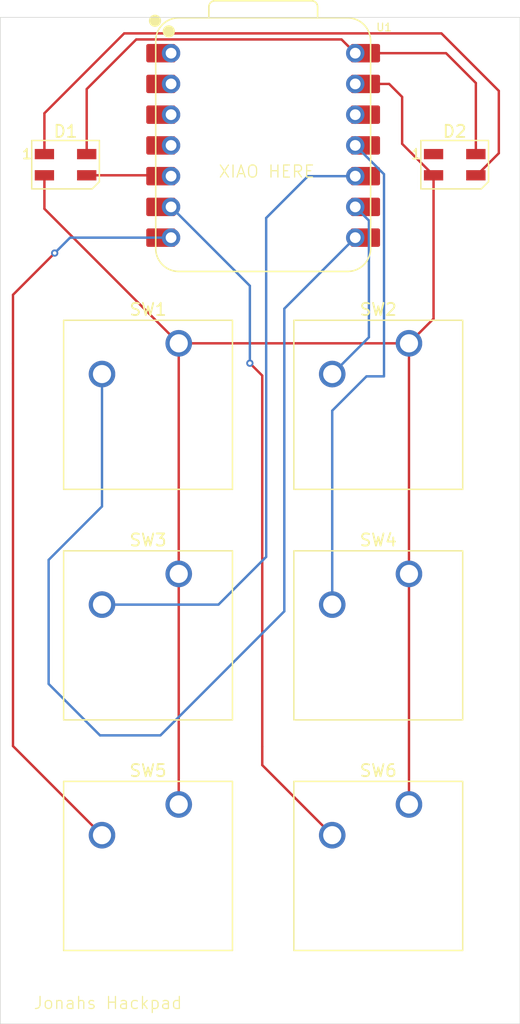
<source format=kicad_pcb>
(kicad_pcb (version 20241229) (generator "pcbnew") (generator_version "9.0")
  (layers (0 "F.Cu" signal) (2 "B.Cu" signal) (13 "F.Paste" user) (15 "B.Paste" user) (5 "F.SilkS" user "F.Silkscreen") (7 "B.SilkS" user "B.Silkscreen") (1 "F.Mask" user) (3 "B.Mask" user) (25 "Edge.Cuts" user))
  (net 0 "")
  (net 1 "+5V")
  (net 2 "GND")
  (net 3 "Net-(D1-DOUT)")
  (net 4 "Net-(D1-DIN)")
  (net 6 "Net-(U1-GPIO1{slash}RX)")
  (net 7 "Net-(U1-GPIO2{slash}SCK)")
  (net 8 "Net-(U1-GPIO4{slash}MISO)")
  (net 9 "Net-(U1-GPIO3{slash}MOSI)")
  (net 13 "Net-(U1-GPIO0{slash}TX)")
  (net 14 "Net-(U1-GPIO7{slash}SCL)")
  (footprint "Button_Switch_Keyboard:SW_Cherry_MX_1.00u_PCB" (layer "F.Cu") (at 88.265 66.3575)
    (property "Reference" "SW1" (at -2.54 -2.794 0) (layer "F.SilkS"))
    (property "Value" "SW_Push")
    (fp_line (start -9.525 -1.905) (end 4.445 -1.905) (stroke (width 0.12)) (layer "F.SilkS"))
    (fp_line (start -9.525 12.065) (end -9.525 -1.905) (stroke (width 0.12)) (layer "F.SilkS"))
    (fp_line (start 4.445 -1.905) (end 4.445 12.065) (stroke (width 0.12)) (layer "F.SilkS"))
    (fp_line (start 4.445 12.065) (end -9.525 12.065) (stroke (width 0.12)) (layer "F.SilkS"))
    (pad "" np_thru_hole circle (at -7.62 5.08) (size 1.7 1.7) (drill 1.7) (layers "*.Cu" "*.Mask"))
    (pad "" np_thru_hole circle (at -2.54 5.08) (size 4 4) (drill 4) (layers "*.Cu" "*.Mask"))
    (pad "" np_thru_hole circle (at 2.54 5.08) (size 1.7 1.7) (drill 1.7) (layers "*.Cu" "*.Mask"))
    (pad "1" thru_hole circle (at 0 0) (size 2.2 2.2) (drill 1.5) (layers "*.Cu" "*.Mask") (net 2 "GND"))
    (pad "2" thru_hole circle (at -6.35 2.54) (size 2.2 2.2) (drill 1.5) (layers "*.Cu" "*.Mask") (net 6 "Net-(U1-GPIO1{slash}RX)"))
  )
  (footprint "LED_SMD:LED_SK6812MINI_PLCC4_3.5x3.5mm_P1.75mm" (layer "F.Cu") (at 78.9 51.6)
    (property "Reference" "D1" (at 0 -2.75 0) (layer "F.SilkS"))
    (property "Value" "SK6812MINI")
    (fp_line (start -2.8 -2) (end -2.8 2) (stroke (width 0.12)) (layer "F.SilkS"))
    (fp_line (start -2.8 -2) (end 2.8 -2) (stroke (width 0.12)) (layer "F.SilkS"))
    (fp_line (start -2.8 2) (end 2.2 2) (stroke (width 0.12)) (layer "F.SilkS"))
    (fp_line (start 2.8 1.4) (end 2.2 2) (stroke (width 0.12)) (layer "F.SilkS"))
    (fp_line (start 2.8 1.4) (end 2.8 -2) (stroke (width 0.12)) (layer "F.SilkS"))
    (fp_text user "1" (at -3.2 -0.875 0) (layer "F.SilkS") (effects (font (size 0.8 0.8))))
    (pad "1" smd rect (at -1.75 -0.875) (size 1.6 0.85) (layers "F.Cu" "F.Mask" "F.Paste") (net 3 "Net-(D1-DOUT)"))
    (pad "2" smd rect (at -1.75 0.875) (size 1.6 0.85) (layers "F.Cu" "F.Mask" "F.Paste") (net 2 "GND"))
    (pad "3" smd rect (at 1.75 0.875) (size 1.6 0.85) (layers "F.Cu" "F.Mask" "F.Paste") (net 4 "Net-(D1-DIN)"))
    (pad "4" smd rect (at 1.75 -0.875) (size 1.6 0.85) (layers "F.Cu" "F.Mask" "F.Paste") (net 1 "+5V"))
  )
  (footprint "OPL:XIAO-RP2040-DIP" (layer "F.Cu") (at 95.25 50.00625)
    (property "Reference" "U1" (at 10 -9.75625 0) (layer "F.SilkS") (effects (font (size 0.635 0.635) (thickness 0.1016))))
    (property "Value" "XIAO-RP2040-DIP")
    (fp_line (start -8.89 8.509) (end -8.89 -8.636) (stroke (width 0.127)) (layer "F.SilkS"))
    (fp_line (start -6.985 10.414) (end 6.985 10.414) (stroke (width 0.127)) (layer "F.SilkS"))
    (fp_line (start -4.495 -10.541) (end -4.491272 -11.451272) (stroke (width 0.127)) (layer "F.SilkS"))
    (fp_line (start -3.991272 -11.951) (end 4.004 -11.951) (stroke (width 0.127)) (layer "F.SilkS"))
    (fp_line (start 4.504 -11.451) (end 4.504 -10.541) (stroke (width 0.127)) (layer "F.SilkS"))
    (fp_line (start 6.985 -10.541) (end -6.985 -10.541) (stroke (width 0.1)) (layer "F.SilkS"))
    (fp_line (start 6.985 -10.541) (end -6.985 -10.541) (stroke (width 0.127)) (layer "F.SilkS"))
    (fp_line (start 8.89 8.509) (end 8.89 -8.636) (stroke (width 0.127)) (layer "F.SilkS"))
    (fp_arc (start -8.89 -8.636) (mid -8.332038 -9.983038) (end -6.985 -10.541) (stroke (width 0.127)) (layer "F.SilkS"))
    (fp_arc (start -6.985 10.414) (mid -8.332038 9.856038) (end -8.89 8.509) (stroke (width 0.127)) (layer "F.SilkS"))
    (fp_arc (start -4.491272 -11.451272) (mid -4.344728 -11.80464) (end -3.991272 -11.951) (stroke (width 0.127)) (layer "F.SilkS"))
    (fp_arc (start 4.004 -11.951) (mid 4.357553 -11.804553) (end 4.504 -11.451) (stroke (width 0.127)) (layer "F.SilkS"))
    (fp_arc (start 6.985 -10.541) (mid 8.332038 -9.983038) (end 8.89 -8.636) (stroke (width 0.127)) (layer "F.SilkS"))
    (fp_arc (start 8.89 8.509) (mid 8.332038 9.856038) (end 6.985 10.414) (stroke (width 0.127)) (layer "F.SilkS"))
    (fp_circle (center -8.95 -10.3) (end -8.95 -10.554) (stroke (width 0.5)) (fill yes) (layer "F.SilkS"))
    (fp_circle (center -7.807 -9.42) (end -7.807 -9.674) (stroke (width 0.5)) (fill yes) (layer "F.SilkS"))
    (pad "1" smd roundrect (at -8.455 -7.62 180) (size 2.432 1.524) (layers "F.Cu" "F.Mask") (roundrect_rratio 0.1))
    (pad "1" thru_hole circle (at -7.62 -7.62 180) (size 1.524 1.524) (drill 0.889) (layers "*.Cu" "*.Mask"))
    (pad "2" smd roundrect (at -8.455 -5.08 180) (size 2.432 1.524) (layers "F.Cu" "F.Mask") (roundrect_rratio 0.1))
    (pad "2" thru_hole circle (at -7.62 -5.08 180) (size 1.524 1.524) (drill 0.889) (layers "*.Cu" "*.Mask"))
    (pad "3" smd roundrect (at -8.455 -2.54 180) (size 2.432 1.524) (layers "F.Cu" "F.Mask") (roundrect_rratio 0.1))
    (pad "3" thru_hole circle (at -7.62 -2.54 180) (size 1.524 1.524) (drill 0.889) (layers "*.Cu" "*.Mask"))
    (pad "4" smd roundrect (at -8.455 0 180) (size 2.432 1.524) (layers "F.Cu" "F.Mask") (roundrect_rratio 0.1))
    (pad "4" thru_hole circle (at -7.62 0 180) (size 1.524 1.524) (drill 0.889) (layers "*.Cu" "*.Mask"))
    (pad "5" smd roundrect (at -8.455 2.54 180) (size 2.432 1.524) (layers "F.Cu" "F.Mask") (roundrect_rratio 0.1) (net 4 "Net-(D1-DIN)"))
    (pad "5" thru_hole circle (at -7.62 2.54 180) (size 1.524 1.524) (drill 0.889) (layers "*.Cu" "*.Mask") (net 4 "Net-(D1-DIN)"))
    (pad "6" smd roundrect (at -8.455 5.08 180) (size 2.432 1.524) (layers "F.Cu" "F.Mask") (roundrect_rratio 0.1) (net 14 "Net-(U1-GPIO7{slash}SCL)"))
    (pad "6" thru_hole circle (at -7.62 5.08 180) (size 1.524 1.524) (drill 0.889) (layers "*.Cu" "*.Mask") (net 14 "Net-(U1-GPIO7{slash}SCL)"))
    (pad "7" smd roundrect (at -8.455 7.62 180) (size 2.432 1.524) (layers "F.Cu" "F.Mask") (roundrect_rratio 0.1) (net 13 "Net-(U1-GPIO0{slash}TX)"))
    (pad "7" thru_hole circle (at -7.62 7.62 180) (size 1.524 1.524) (drill 0.889) (layers "*.Cu" "*.Mask") (net 13 "Net-(U1-GPIO0{slash}TX)"))
    (pad "8" thru_hole circle (at 7.62 7.62) (size 1.524 1.524) (drill 0.889) (layers "*.Cu" "*.Mask") (net 6 "Net-(U1-GPIO1{slash}RX)"))
    (pad "8" smd roundrect (at 8.455 7.62) (size 2.432 1.524) (layers "F.Cu" "F.Mask") (roundrect_rratio 0.1) (net 6 "Net-(U1-GPIO1{slash}RX)"))
    (pad "9" thru_hole circle (at 7.62 5.08) (size 1.524 1.524) (drill 0.889) (layers "*.Cu" "*.Mask") (net 7 "Net-(U1-GPIO2{slash}SCK)"))
    (pad "9" smd roundrect (at 8.455 5.08) (size 2.432 1.524) (layers "F.Cu" "F.Mask") (roundrect_rratio 0.1) (net 7 "Net-(U1-GPIO2{slash}SCK)"))
    (pad "10" thru_hole circle (at 7.62 2.54) (size 1.524 1.524) (drill 0.889) (layers "*.Cu" "*.Mask") (net 8 "Net-(U1-GPIO4{slash}MISO)"))
    (pad "10" smd roundrect (at 8.455 2.54) (size 2.432 1.524) (layers "F.Cu" "F.Mask") (roundrect_rratio 0.1) (net 8 "Net-(U1-GPIO4{slash}MISO)"))
    (pad "11" thru_hole circle (at 7.62 0) (size 1.524 1.524) (drill 0.889) (layers "*.Cu" "*.Mask") (net 9 "Net-(U1-GPIO3{slash}MOSI)"))
    (pad "11" smd roundrect (at 8.455 0) (size 2.432 1.524) (layers "F.Cu" "F.Mask") (roundrect_rratio 0.1) (net 9 "Net-(U1-GPIO3{slash}MOSI)"))
    (pad "12" thru_hole circle (at 7.62 -2.54) (size 1.524 1.524) (drill 0.889) (layers "*.Cu" "*.Mask"))
    (pad "12" smd roundrect (at 8.455 -2.54) (size 2.432 1.524) (layers "F.Cu" "F.Mask") (roundrect_rratio 0.1))
    (pad "13" thru_hole circle (at 7.62 -5.08) (size 1.524 1.524) (drill 0.889) (layers "*.Cu" "*.Mask") (net 2 "GND"))
    (pad "13" smd roundrect (at 8.455 -5.08) (size 2.432 1.524) (layers "F.Cu" "F.Mask") (roundrect_rratio 0.1) (net 2 "GND"))
    (pad "14" thru_hole circle (at 7.62 -7.62) (size 1.524 1.524) (drill 0.889) (layers "*.Cu" "*.Mask") (net 1 "+5V"))
    (pad "14" smd roundrect (at 8.455 -7.62) (size 2.432 1.524) (layers "F.Cu" "F.Mask") (roundrect_rratio 0.1) (net 1 "+5V"))
  )
  (footprint "Button_Switch_Keyboard:SW_Cherry_MX_1.00u_PCB" (layer "F.Cu") (at 88.265 104.4575)
    (property "Reference" "SW5" (at -2.54 -2.794 0) (layer "F.SilkS"))
    (property "Value" "SW_Push")
    (fp_line (start -9.525 -1.905) (end 4.445 -1.905) (stroke (width 0.12)) (layer "F.SilkS"))
    (fp_line (start -9.525 12.065) (end -9.525 -1.905) (stroke (width 0.12)) (layer "F.SilkS"))
    (fp_line (start 4.445 -1.905) (end 4.445 12.065) (stroke (width 0.12)) (layer "F.SilkS"))
    (fp_line (start 4.445 12.065) (end -9.525 12.065) (stroke (width 0.12)) (layer "F.SilkS"))
    (pad "" np_thru_hole circle (at -7.62 5.08) (size 1.7 1.7) (drill 1.7) (layers "*.Cu" "*.Mask"))
    (pad "" np_thru_hole circle (at -2.54 5.08) (size 4 4) (drill 4) (layers "*.Cu" "*.Mask"))
    (pad "" np_thru_hole circle (at 2.54 5.08) (size 1.7 1.7) (drill 1.7) (layers "*.Cu" "*.Mask"))
    (pad "1" thru_hole circle (at 0 0) (size 2.2 2.2) (drill 1.5) (layers "*.Cu" "*.Mask") (net 2 "GND"))
    (pad "2" thru_hole circle (at -6.35 2.54) (size 2.2 2.2) (drill 1.5) (layers "*.Cu" "*.Mask") (net 13 "Net-(U1-GPIO0{slash}TX)"))
  )
  (footprint "LED_SMD:LED_SK6812MINI_PLCC4_3.5x3.5mm_P1.75mm" (layer "F.Cu") (at 111.1 51.6)
    (property "Reference" "D2" (at 0 -2.75 0) (layer "F.SilkS"))
    (property "Value" "SK6812MINI")
    (fp_line (start -2.8 -2) (end -2.8 2) (stroke (width 0.12)) (layer "F.SilkS"))
    (fp_line (start -2.8 -2) (end 2.8 -2) (stroke (width 0.12)) (layer "F.SilkS"))
    (fp_line (start -2.8 2) (end 2.2 2) (stroke (width 0.12)) (layer "F.SilkS"))
    (fp_line (start 2.8 1.4) (end 2.2 2) (stroke (width 0.12)) (layer "F.SilkS"))
    (fp_line (start 2.8 1.4) (end 2.8 -2) (stroke (width 0.12)) (layer "F.SilkS"))
    (fp_text user "1" (at -3.2 -0.875 0) (layer "F.SilkS") (effects (font (size 0.8 0.8))))
    (pad "1" smd rect (at -1.75 -0.875) (size 1.6 0.85) (layers "F.Cu" "F.Mask" "F.Paste"))
    (pad "2" smd rect (at -1.75 0.875) (size 1.6 0.85) (layers "F.Cu" "F.Mask" "F.Paste") (net 2 "GND"))
    (pad "3" smd rect (at 1.75 0.875) (size 1.6 0.85) (layers "F.Cu" "F.Mask" "F.Paste") (net 3 "Net-(D1-DOUT)"))
    (pad "4" smd rect (at 1.75 -0.875) (size 1.6 0.85) (layers "F.Cu" "F.Mask" "F.Paste") (net 1 "+5V"))
  )
  (footprint "Button_Switch_Keyboard:SW_Cherry_MX_1.00u_PCB" (layer "F.Cu") (at 107.315 66.3575)
    (property "Reference" "SW2" (at -2.54 -2.794 0) (layer "F.SilkS"))
    (property "Value" "SW_Push")
    (fp_line (start -9.525 -1.905) (end 4.445 -1.905) (stroke (width 0.12)) (layer "F.SilkS"))
    (fp_line (start -9.525 12.065) (end -9.525 -1.905) (stroke (width 0.12)) (layer "F.SilkS"))
    (fp_line (start 4.445 -1.905) (end 4.445 12.065) (stroke (width 0.12)) (layer "F.SilkS"))
    (fp_line (start 4.445 12.065) (end -9.525 12.065) (stroke (width 0.12)) (layer "F.SilkS"))
    (pad "" np_thru_hole circle (at -7.62 5.08) (size 1.7 1.7) (drill 1.7) (layers "*.Cu" "*.Mask"))
    (pad "" np_thru_hole circle (at -2.54 5.08) (size 4 4) (drill 4) (layers "*.Cu" "*.Mask"))
    (pad "" np_thru_hole circle (at 2.54 5.08) (size 1.7 1.7) (drill 1.7) (layers "*.Cu" "*.Mask"))
    (pad "1" thru_hole circle (at 0 0) (size 2.2 2.2) (drill 1.5) (layers "*.Cu" "*.Mask") (net 2 "GND"))
    (pad "2" thru_hole circle (at -6.35 2.54) (size 2.2 2.2) (drill 1.5) (layers "*.Cu" "*.Mask") (net 7 "Net-(U1-GPIO2{slash}SCK)"))
  )
  (footprint "Button_Switch_Keyboard:SW_Cherry_MX_1.00u_PCB" (layer "F.Cu") (at 107.315 85.4075)
    (property "Reference" "SW4" (at -2.54 -2.794 0) (layer "F.SilkS"))
    (property "Value" "SW_Push")
    (fp_line (start -9.525 -1.905) (end 4.445 -1.905) (stroke (width 0.12)) (layer "F.SilkS"))
    (fp_line (start -9.525 12.065) (end -9.525 -1.905) (stroke (width 0.12)) (layer "F.SilkS"))
    (fp_line (start 4.445 -1.905) (end 4.445 12.065) (stroke (width 0.12)) (layer "F.SilkS"))
    (fp_line (start 4.445 12.065) (end -9.525 12.065) (stroke (width 0.12)) (layer "F.SilkS"))
    (pad "" np_thru_hole circle (at -7.62 5.08) (size 1.7 1.7) (drill 1.7) (layers "*.Cu" "*.Mask"))
    (pad "" np_thru_hole circle (at -2.54 5.08) (size 4 4) (drill 4) (layers "*.Cu" "*.Mask"))
    (pad "" np_thru_hole circle (at 2.54 5.08) (size 1.7 1.7) (drill 1.7) (layers "*.Cu" "*.Mask"))
    (pad "1" thru_hole circle (at 0 0) (size 2.2 2.2) (drill 1.5) (layers "*.Cu" "*.Mask") (net 2 "GND"))
    (pad "2" thru_hole circle (at -6.35 2.54) (size 2.2 2.2) (drill 1.5) (layers "*.Cu" "*.Mask") (net 9 "Net-(U1-GPIO3{slash}MOSI)"))
  )
  (footprint "Button_Switch_Keyboard:SW_Cherry_MX_1.00u_PCB" (layer "F.Cu") (at 107.315 104.4575)
    (property "Reference" "SW6" (at -2.54 -2.794 0) (layer "F.SilkS"))
    (property "Value" "SW_Push")
    (fp_line (start -9.525 -1.905) (end 4.445 -1.905) (stroke (width 0.12)) (layer "F.SilkS"))
    (fp_line (start -9.525 12.065) (end -9.525 -1.905) (stroke (width 0.12)) (layer "F.SilkS"))
    (fp_line (start 4.445 -1.905) (end 4.445 12.065) (stroke (width 0.12)) (layer "F.SilkS"))
    (fp_line (start 4.445 12.065) (end -9.525 12.065) (stroke (width 0.12)) (layer "F.SilkS"))
    (pad "" np_thru_hole circle (at -7.62 5.08) (size 1.7 1.7) (drill 1.7) (layers "*.Cu" "*.Mask"))
    (pad "" np_thru_hole circle (at -2.54 5.08) (size 4 4) (drill 4) (layers "*.Cu" "*.Mask"))
    (pad "" np_thru_hole circle (at 2.54 5.08) (size 1.7 1.7) (drill 1.7) (layers "*.Cu" "*.Mask"))
    (pad "1" thru_hole circle (at 0 0) (size 2.2 2.2) (drill 1.5) (layers "*.Cu" "*.Mask") (net 2 "GND"))
    (pad "2" thru_hole circle (at -6.35 2.54) (size 2.2 2.2) (drill 1.5) (layers "*.Cu" "*.Mask") (net 14 "Net-(U1-GPIO7{slash}SCL)"))
  )
  (footprint "Button_Switch_Keyboard:SW_Cherry_MX_1.00u_PCB" (layer "F.Cu") (at 88.265 85.4075)
    (property "Reference" "SW3" (at -2.54 -2.794 0) (layer "F.SilkS"))
    (property "Value" "SW_Push")
    (fp_line (start -9.525 -1.905) (end 4.445 -1.905) (stroke (width 0.12)) (layer "F.SilkS"))
    (fp_line (start -9.525 12.065) (end -9.525 -1.905) (stroke (width 0.12)) (layer "F.SilkS"))
    (fp_line (start 4.445 -1.905) (end 4.445 12.065) (stroke (width 0.12)) (layer "F.SilkS"))
    (fp_line (start 4.445 12.065) (end -9.525 12.065) (stroke (width 0.12)) (layer "F.SilkS"))
    (pad "" np_thru_hole circle (at -7.62 5.08) (size 1.7 1.7) (drill 1.7) (layers "*.Cu" "*.Mask"))
    (pad "" np_thru_hole circle (at -2.54 5.08) (size 4 4) (drill 4) (layers "*.Cu" "*.Mask"))
    (pad "" np_thru_hole circle (at 2.54 5.08) (size 1.7 1.7) (drill 1.7) (layers "*.Cu" "*.Mask"))
    (pad "1" thru_hole circle (at 0 0) (size 2.2 2.2) (drill 1.5) (layers "*.Cu" "*.Mask") (net 2 "GND"))
    (pad "2" thru_hole circle (at -6.35 2.54) (size 2.2 2.2) (drill 1.5) (layers "*.Cu" "*.Mask") (net 8 "Net-(U1-GPIO4{slash}MISO)"))
  )
  (gr_rect (start 73.5 39.43) (end 116.5 122.5875) (stroke (width 0.05)) (fill no) (layer "Edge.Cuts"))
  (gr_text "XIAO HERE" (at 91.5 52.75 0) (layer "F.SilkS") (effects (font (size 1 1) (thickness 0.1)) (justify left bottom)))
  (gr_text "Jonahs Hackpad" (at 76.2 121.44375 0) (layer "F.SilkS") (effects (font (size 1 1) (thickness 0.1)) (justify left bottom)))
  (segment (start 80.65 50.725) (end 80.65 45.35) (width 0.2) (layer "F.Cu") (net 1))
  (segment (start 84.75 41.25) (end 101.73375 41.25) (width 0.2) (layer "F.Cu") (net 1))
  (segment (start 110.38625 42.38625) (end 112.85 44.85) (width 0.2) (layer "F.Cu") (net 1))
  (segment (start 80.65 45.35) (end 84.75 41.25) (width 0.2) (layer "F.Cu") (net 1))
  (segment (start 102.87 42.38625) (end 110.38625 42.38625) (width 0.2) (layer "F.Cu") (net 1))
  (segment (start 112.85 44.85) (end 112.85 50.725) (width 0.2) (layer "F.Cu") (net 1))
  (segment (start 101.73375 41.25) (end 102.87 42.38625) (width 0.2) (layer "F.Cu") (net 1))
  (segment (start 109.35 64.3225) (end 109.35 52.475) (width 0.2) (layer "F.Cu") (net 2))
  (segment (start 102.87 44.92625) (end 105.67625 44.92625) (width 0.2) (layer "F.Cu") (net 2))
  (segment (start 105.67625 44.92625) (end 106.75 46) (width 0.2) (layer "F.Cu") (net 2))
  (segment (start 106.75 46) (end 106.75 49.875) (width 0.2) (layer "F.Cu") (net 2))
  (segment (start 77.15 52.475) (end 77.15 55.2425) (width 0.2) (layer "F.Cu") (net 2))
  (segment (start 107.315 66.3575) (end 109.35 64.3225) (width 0.2) (layer "F.Cu") (net 2))
  (segment (start 88.265 66.3575) (end 107.315 66.3575) (width 0.2) (layer "F.Cu") (net 2))
  (segment (start 88.265 85.4075) (end 88.265 104.4575) (width 0.2) (layer "F.Cu") (net 2))
  (segment (start 107.315 85.4075) (end 107.315 104.4575) (width 0.2) (layer "F.Cu") (net 2))
  (segment (start 106.75 49.875) (end 109.35 52.475) (width 0.2) (layer "F.Cu") (net 2))
  (segment (start 77.15 55.2425) (end 88.265 66.3575) (width 0.2) (layer "F.Cu") (net 2))
  (segment (start 107.315 66.3575) (end 107.315 85.4075) (width 0.2) (layer "F.Cu") (net 2))
  (segment (start 88.265 66.3575) (end 88.265 85.4075) (width 0.2) (layer "F.Cu") (net 2))
  (segment (start 112.927 52.475) (end 112.85 52.475) (width 0.2) (layer "F.Cu") (net 3))
  (segment (start 114.75 45.5) (end 114.75 50.652) (width 0.2) (layer "F.Cu") (net 3))
  (segment (start 114.75 50.652) (end 112.927 52.475) (width 0.2) (layer "F.Cu") (net 3))
  (segment (start 83.75 40.75) (end 110 40.75) (width 0.2) (layer "F.Cu") (net 3))
  (segment (start 77.15 50.725) (end 77.15 47.35) (width 0.2) (layer "F.Cu") (net 3))
  (segment (start 110 40.75) (end 114.75 45.5) (width 0.2) (layer "F.Cu") (net 3))
  (segment (start 77.15 47.35) (end 83.75 40.75) (width 0.2) (layer "F.Cu") (net 3))
  (segment (start 87.55875 52.475) (end 87.63 52.54625) (width 0.2) (layer "F.Cu") (net 4))
  (segment (start 80.65 52.475) (end 87.55875 52.475) (width 0.2) (layer "F.Cu") (net 4))
  (segment (start 81.915 68.8975) (end 81.915 79.835) (width 0.2) (layer "B.Cu") (net 6))
  (segment (start 77.5 94.5) (end 81.75 98.75) (width 0.2) (layer "B.Cu") (net 6))
  (segment (start 86.75 98.75) (end 97 88.5) (width 0.2) (layer "B.Cu") (net 6))
  (segment (start 77.5 84.25) (end 77.5 94.5) (width 0.2) (layer "B.Cu") (net 6))
  (segment (start 81.915 79.835) (end 77.5 84.25) (width 0.2) (layer "B.Cu") (net 6))
  (segment (start 97 63.49625) (end 102.87 57.62625) (width 0.2) (layer "B.Cu") (net 6))
  (segment (start 97 88.5) (end 97 63.49625) (width 0.2) (layer "B.Cu") (net 6))
  (segment (start 81.75 98.75) (end 86.75 98.75) (width 0.2) (layer "B.Cu") (net 6))
  (segment (start 104 56.21625) (end 102.87 55.08625) (width 0.2) (layer "B.Cu") (net 7))
  (segment (start 104 65.8625) (end 104 56.21625) (width 0.2) (layer "B.Cu") (net 7))
  (segment (start 100.965 68.8975) (end 104 65.8625) (width 0.2) (layer "B.Cu") (net 7))
  (segment (start 98.95375 52.54625) (end 95.5 56) (width 0.2) (layer "B.Cu") (net 8))
  (segment (start 95.5 56) (end 95.5 84) (width 0.2) (layer "B.Cu") (net 8))
  (segment (start 102.87 52.54625) (end 98.95375 52.54625) (width 0.2) (layer "B.Cu") (net 8))
  (segment (start 91.5525 87.9475) (end 81.915 87.9475) (width 0.2) (layer "B.Cu") (net 8))
  (segment (start 95.5 84) (end 91.5525 87.9475) (width 0.2) (layer "B.Cu") (net 8))
  (segment (start 105.25 69.0865) (end 103.801184 69.0865) (width 0.2) (layer "B.Cu") (net 9))
  (segment (start 100.965 71.922684) (end 100.965 87.9475) (width 0.2) (layer "B.Cu") (net 9))
  (segment (start 103.801184 69.0865) (end 100.965 71.922684) (width 0.2) (layer "B.Cu") (net 9))
  (segment (start 105.25 52.38625) (end 105.25 69.0865) (width 0.2) (layer "B.Cu") (net 9))
  (segment (start 102.87 50.00625) (end 105.25 52.38625) (width 0.2) (layer "B.Cu") (net 9))
  (segment (start 74.55 62.35) (end 78 58.9) (width 0.2) (layer "F.Cu") (net 13))
  (segment (start 74.55 68.025) (end 74.55 62.35) (width 0.2) (layer "F.Cu") (net 13))
  (segment (start 74.55 99.6325) (end 74.55 68.025) (width 0.2) (layer "F.Cu") (net 13))
  (segment (start 81.915 106.9975) (end 74.55 99.6325) (width 0.2) (layer "F.Cu") (net 13))
  (via (at 78 58.9) (size 0.6) (drill 0.3) (layers "F.Cu" "B.Cu") (net 13))
  (segment (start 87.63 57.62625) (end 79.27375 57.62625) (width 0.2) (layer "B.Cu") (net 13))
  (segment (start 79.27375 57.62625) (end 78 58.9) (width 0.2) (layer "B.Cu") (net 13))
  (segment (start 95.175 69.025) (end 94.15 68) (width 0.2) (layer "F.Cu") (net 14))
  (segment (start 95.175 101.2075) (end 95.175 99.675) (width 0.2) (layer "F.Cu") (net 14))
  (segment (start 95.175 99.675) (end 95.175 69.025) (width 0.2) (layer "F.Cu") (net 14))
  (segment (start 100.965 106.9975) (end 95.175 101.2075) (width 0.2) (layer "F.Cu") (net 14))
  (via (at 94.15 68) (size 0.6) (drill 0.3) (layers "F.Cu" "B.Cu") (net 14))
  (segment (start 87.63 55.08625) (end 94.15 61.60625) (width 0.2) (layer "B.Cu") (net 14))
  (segment (start 94.15 61.60625) (end 94.15 68) (width 0.2) (layer "B.Cu") (net 14))
)
</source>
